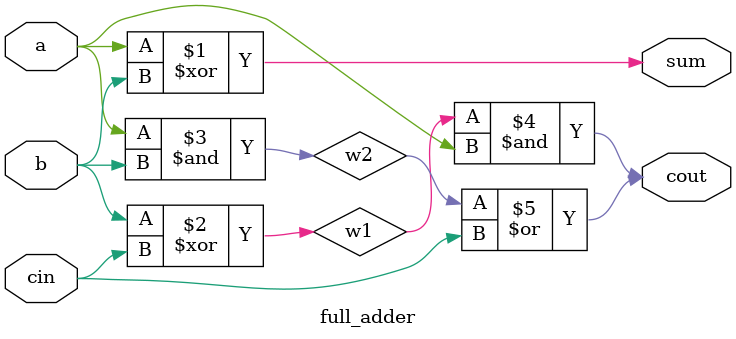
<source format=v>
module full_adder (
    input a,
    input b,
    input cin,
    output sum,
    output cout
);
    
wire w1, w2;

xor x1(sum, a, b);
xor x2(w1, b, cin);

and y1(w2, a, b);
and y2(cout, w1, a);
or o1(cout, w2, cin);

endmodule
</source>
